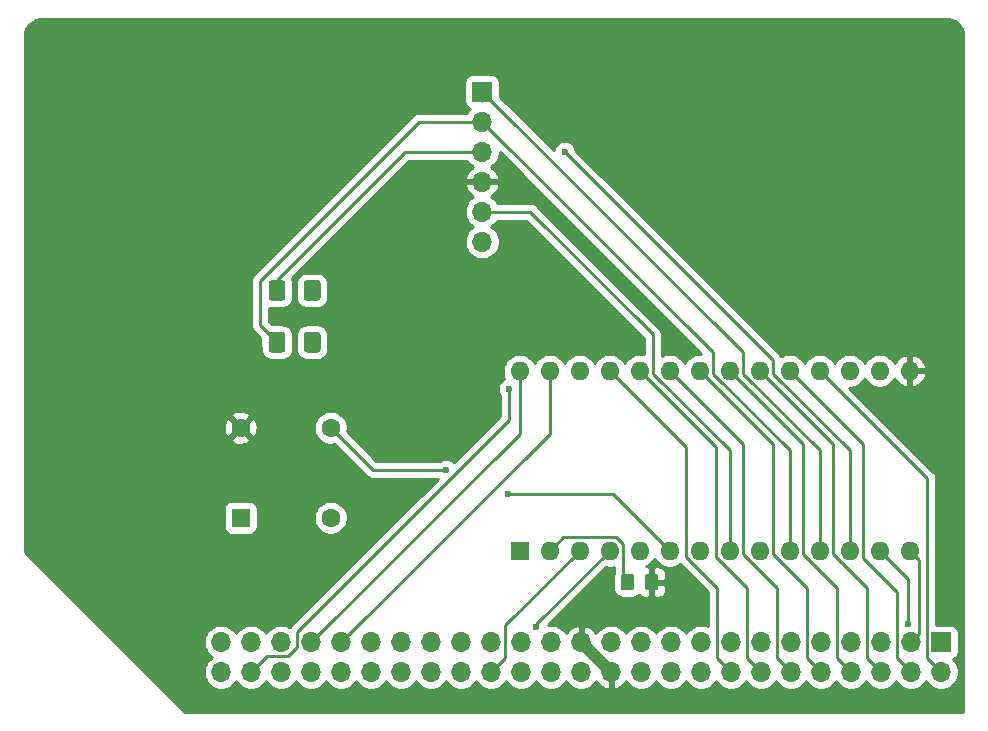
<source format=gbr>
%TF.GenerationSoftware,KiCad,Pcbnew,(5.1.6-0-10_14)*%
%TF.CreationDate,2021-03-04T16:28:04+01:00*%
%TF.ProjectId,serial_board,73657269-616c-45f6-926f-6172642e6b69,rev?*%
%TF.SameCoordinates,Original*%
%TF.FileFunction,Copper,L1,Top*%
%TF.FilePolarity,Positive*%
%FSLAX46Y46*%
G04 Gerber Fmt 4.6, Leading zero omitted, Abs format (unit mm)*
G04 Created by KiCad (PCBNEW (5.1.6-0-10_14)) date 2021-03-04 16:28:04*
%MOMM*%
%LPD*%
G01*
G04 APERTURE LIST*
%TA.AperFunction,ComponentPad*%
%ADD10C,1.600000*%
%TD*%
%TA.AperFunction,ComponentPad*%
%ADD11R,1.600000X1.600000*%
%TD*%
%TA.AperFunction,ComponentPad*%
%ADD12O,1.600000X1.600000*%
%TD*%
%TA.AperFunction,ComponentPad*%
%ADD13O,1.700000X1.700000*%
%TD*%
%TA.AperFunction,ComponentPad*%
%ADD14R,1.700000X1.700000*%
%TD*%
%TA.AperFunction,ViaPad*%
%ADD15C,0.600000*%
%TD*%
%TA.AperFunction,ViaPad*%
%ADD16C,0.800000*%
%TD*%
%TA.AperFunction,Conductor*%
%ADD17C,1.000000*%
%TD*%
%TA.AperFunction,Conductor*%
%ADD18C,0.250000*%
%TD*%
%TA.AperFunction,Conductor*%
%ADD19C,0.254000*%
%TD*%
G04 APERTURE END LIST*
%TO.P,R3,2*%
%TO.N,+5V*%
%TA.AperFunction,SMDPad,CuDef*%
G36*
G01*
X53155000Y11233999D02*
X53155000Y12134001D01*
G75*
G02*
X53404999Y12384000I249999J0D01*
G01*
X54055001Y12384000D01*
G75*
G02*
X54305000Y12134001I0J-249999D01*
G01*
X54305000Y11233999D01*
G75*
G02*
X54055001Y10984000I-249999J0D01*
G01*
X53404999Y10984000D01*
G75*
G02*
X53155000Y11233999I0J249999D01*
G01*
G37*
%TD.AperFunction*%
%TO.P,R3,1*%
%TO.N,Net-(R3-Pad1)*%
%TA.AperFunction,SMDPad,CuDef*%
G36*
G01*
X51105000Y11233999D02*
X51105000Y12134001D01*
G75*
G02*
X51354999Y12384000I249999J0D01*
G01*
X52005001Y12384000D01*
G75*
G02*
X52255000Y12134001I0J-249999D01*
G01*
X52255000Y11233999D01*
G75*
G02*
X52005001Y10984000I-249999J0D01*
G01*
X51354999Y10984000D01*
G75*
G02*
X51105000Y11233999I0J249999D01*
G01*
G37*
%TD.AperFunction*%
%TD*%
%TO.P,D2,2*%
%TO.N,Net-(D2-Pad2)*%
%TA.AperFunction,SMDPad,CuDef*%
G36*
G01*
X22720000Y37010500D02*
X22720000Y35760500D01*
G75*
G02*
X22470000Y35510500I-250000J0D01*
G01*
X21545000Y35510500D01*
G75*
G02*
X21295000Y35760500I0J250000D01*
G01*
X21295000Y37010500D01*
G75*
G02*
X21545000Y37260500I250000J0D01*
G01*
X22470000Y37260500D01*
G75*
G02*
X22720000Y37010500I0J-250000D01*
G01*
G37*
%TD.AperFunction*%
%TO.P,D2,1*%
%TO.N,Net-(D2-Pad1)*%
%TA.AperFunction,SMDPad,CuDef*%
G36*
G01*
X25695000Y37010500D02*
X25695000Y35760500D01*
G75*
G02*
X25445000Y35510500I-250000J0D01*
G01*
X24520000Y35510500D01*
G75*
G02*
X24270000Y35760500I0J250000D01*
G01*
X24270000Y37010500D01*
G75*
G02*
X24520000Y37260500I250000J0D01*
G01*
X25445000Y37260500D01*
G75*
G02*
X25695000Y37010500I0J-250000D01*
G01*
G37*
%TD.AperFunction*%
%TD*%
%TO.P,D1,2*%
%TO.N,Net-(D1-Pad2)*%
%TA.AperFunction,SMDPad,CuDef*%
G36*
G01*
X22720000Y32629000D02*
X22720000Y31379000D01*
G75*
G02*
X22470000Y31129000I-250000J0D01*
G01*
X21545000Y31129000D01*
G75*
G02*
X21295000Y31379000I0J250000D01*
G01*
X21295000Y32629000D01*
G75*
G02*
X21545000Y32879000I250000J0D01*
G01*
X22470000Y32879000D01*
G75*
G02*
X22720000Y32629000I0J-250000D01*
G01*
G37*
%TD.AperFunction*%
%TO.P,D1,1*%
%TO.N,Net-(D1-Pad1)*%
%TA.AperFunction,SMDPad,CuDef*%
G36*
G01*
X25695000Y32629000D02*
X25695000Y31379000D01*
G75*
G02*
X25445000Y31129000I-250000J0D01*
G01*
X24520000Y31129000D01*
G75*
G02*
X24270000Y31379000I0J250000D01*
G01*
X24270000Y32629000D01*
G75*
G02*
X24520000Y32879000I250000J0D01*
G01*
X25445000Y32879000D01*
G75*
G02*
X25695000Y32629000I0J-250000D01*
G01*
G37*
%TD.AperFunction*%
%TD*%
D10*
%TO.P,X1,4*%
%TO.N,GND*%
X26543000Y17145000D03*
%TO.P,X1,5*%
%TO.N,Net-(U1-Pad6)*%
X26543000Y24765000D03*
%TO.P,X1,8*%
%TO.N,+5V*%
X18923000Y24765000D03*
D11*
%TO.P,X1,1*%
%TO.N,Net-(X1-Pad1)*%
X18923000Y17145000D03*
%TD*%
D12*
%TO.P,U1,28*%
%TO.N,R~W~*%
X42545000Y29591000D03*
%TO.P,U1,14*%
%TO.N,A1*%
X75565000Y14351000D03*
%TO.P,U1,27*%
%TO.N,CLK*%
X45085000Y29591000D03*
%TO.P,U1,13*%
%TO.N,A0*%
X73025000Y14351000D03*
%TO.P,U1,26*%
%TO.N,~SLOT_IRQ~*%
X47625000Y29591000D03*
%TO.P,U1,12*%
%TO.N,Net-(D2-Pad2)*%
X70485000Y14351000D03*
%TO.P,U1,25*%
%TO.N,D7*%
X50165000Y29591000D03*
%TO.P,U1,11*%
%TO.N,Net-(J2-Pad1)*%
X67945000Y14351000D03*
%TO.P,U1,24*%
%TO.N,D6*%
X52705000Y29591000D03*
%TO.P,U1,10*%
%TO.N,Net-(D1-Pad2)*%
X65405000Y14351000D03*
%TO.P,U1,23*%
%TO.N,D5*%
X55245000Y29591000D03*
%TO.P,U1,9*%
%TO.N,Net-(U1-Pad9)*%
X62865000Y14351000D03*
%TO.P,U1,22*%
%TO.N,D4*%
X57785000Y29591000D03*
%TO.P,U1,8*%
%TO.N,Net-(J2-Pad5)*%
X60325000Y14351000D03*
%TO.P,U1,21*%
%TO.N,D3*%
X60325000Y29591000D03*
%TO.P,U1,7*%
%TO.N,Net-(U1-Pad7)*%
X57785000Y14351000D03*
%TO.P,U1,20*%
%TO.N,D2*%
X62865000Y29591000D03*
%TO.P,U1,6*%
%TO.N,Net-(U1-Pad6)*%
X55245000Y14351000D03*
%TO.P,U1,19*%
%TO.N,D1*%
X65405000Y29591000D03*
%TO.P,U1,5*%
%TO.N,Net-(U1-Pad5)*%
X52705000Y14351000D03*
%TO.P,U1,18*%
%TO.N,D0*%
X67945000Y29591000D03*
%TO.P,U1,4*%
%TO.N,~RESET~*%
X50165000Y14351000D03*
%TO.P,U1,17*%
%TO.N,GND*%
X70485000Y29591000D03*
%TO.P,U1,3*%
%TO.N,~SLOT_SEL~*%
X47625000Y14351000D03*
%TO.P,U1,16*%
%TO.N,GND*%
X73025000Y29591000D03*
%TO.P,U1,2*%
%TO.N,Net-(R3-Pad1)*%
X45085000Y14351000D03*
%TO.P,U1,15*%
%TO.N,+5V*%
X75565000Y29591000D03*
D11*
%TO.P,U1,1*%
%TO.N,GND*%
X42545000Y14351000D03*
%TD*%
D13*
%TO.P,J2,6*%
%TO.N,GND*%
X39370000Y40513000D03*
%TO.P,J2,5*%
%TO.N,Net-(J2-Pad5)*%
X39370000Y43053000D03*
%TO.P,J2,4*%
%TO.N,+5V*%
X39370000Y45593000D03*
%TO.P,J2,3*%
%TO.N,Net-(D2-Pad2)*%
X39370000Y48133000D03*
%TO.P,J2,2*%
%TO.N,Net-(D1-Pad2)*%
X39370000Y50673000D03*
D14*
%TO.P,J2,1*%
%TO.N,Net-(J2-Pad1)*%
X39370000Y53213000D03*
%TD*%
D13*
%TO.P,J1,50*%
%TO.N,~NMI~*%
X17272000Y4064000D03*
%TO.P,J1,49*%
%TO.N,~RESET~*%
X17272000Y6604000D03*
%TO.P,J1,48*%
%TO.N,~SLOT_IRQ~*%
X19812000Y4064000D03*
%TO.P,J1,47*%
%TO.N,SYNC*%
X19812000Y6604000D03*
%TO.P,J1,46*%
%TO.N,EX3*%
X22352000Y4064000D03*
%TO.P,J1,45*%
%TO.N,~IRQ~*%
X22352000Y6604000D03*
%TO.P,J1,44*%
%TO.N,EX2*%
X24892000Y4064000D03*
%TO.P,J1,43*%
%TO.N,R~W~*%
X24892000Y6604000D03*
%TO.P,J1,42*%
%TO.N,CLK_12M*%
X27432000Y4064000D03*
%TO.P,J1,41*%
%TO.N,CLK*%
X27432000Y6604000D03*
%TO.P,J1,40*%
%TO.N,LED4*%
X29972000Y4064000D03*
%TO.P,J1,39*%
%TO.N,BE*%
X29972000Y6604000D03*
%TO.P,J1,38*%
%TO.N,LED3*%
X32512000Y4064000D03*
%TO.P,J1,37*%
%TO.N,RDY*%
X32512000Y6604000D03*
%TO.P,J1,36*%
%TO.N,LED2*%
X35052000Y4064000D03*
%TO.P,J1,35*%
%TO.N,A15*%
X35052000Y6604000D03*
%TO.P,J1,34*%
%TO.N,LED1*%
X37592000Y4064000D03*
%TO.P,J1,33*%
%TO.N,A14*%
X37592000Y6604000D03*
%TO.P,J1,32*%
%TO.N,~SLOT_SEL~*%
X40132000Y4064000D03*
%TO.P,J1,31*%
%TO.N,A13*%
X40132000Y6604000D03*
%TO.P,J1,30*%
%TO.N,~INH~*%
X42672000Y4064000D03*
%TO.P,J1,29*%
%TO.N,A12*%
X42672000Y6604000D03*
%TO.P,J1,28*%
%TO.N,~SSEL~*%
X45212000Y4064000D03*
%TO.P,J1,27*%
%TO.N,A11*%
X45212000Y6604000D03*
%TO.P,J1,26*%
%TO.N,GND*%
X47752000Y4064000D03*
%TO.P,J1,25*%
%TO.N,+5V*%
X47752000Y6604000D03*
%TO.P,J1,24*%
X50292000Y4064000D03*
%TO.P,J1,23*%
%TO.N,GND*%
X50292000Y6604000D03*
%TO.P,J1,22*%
%TO.N,~SLOW~*%
X52832000Y4064000D03*
%TO.P,J1,21*%
%TO.N,A10*%
X52832000Y6604000D03*
%TO.P,J1,20*%
%TO.N,EX1*%
X55372000Y4064000D03*
%TO.P,J1,19*%
%TO.N,A9*%
X55372000Y6604000D03*
%TO.P,J1,18*%
%TO.N,EX0*%
X57912000Y4064000D03*
%TO.P,J1,17*%
%TO.N,A8*%
X57912000Y6604000D03*
%TO.P,J1,16*%
%TO.N,D7*%
X60452000Y4064000D03*
%TO.P,J1,15*%
%TO.N,A7*%
X60452000Y6604000D03*
%TO.P,J1,14*%
%TO.N,D6*%
X62992000Y4064000D03*
%TO.P,J1,13*%
%TO.N,A6*%
X62992000Y6604000D03*
%TO.P,J1,12*%
%TO.N,D5*%
X65532000Y4064000D03*
%TO.P,J1,11*%
%TO.N,A5*%
X65532000Y6604000D03*
%TO.P,J1,10*%
%TO.N,D4*%
X68072000Y4064000D03*
%TO.P,J1,9*%
%TO.N,A4*%
X68072000Y6604000D03*
%TO.P,J1,8*%
%TO.N,D3*%
X70612000Y4064000D03*
%TO.P,J1,7*%
%TO.N,A3*%
X70612000Y6604000D03*
%TO.P,J1,6*%
%TO.N,D2*%
X73152000Y4064000D03*
%TO.P,J1,5*%
%TO.N,A2*%
X73152000Y6604000D03*
%TO.P,J1,4*%
%TO.N,D1*%
X75692000Y4064000D03*
%TO.P,J1,3*%
%TO.N,A1*%
X75692000Y6604000D03*
%TO.P,J1,2*%
%TO.N,D0*%
X78232000Y4064000D03*
D14*
%TO.P,J1,1*%
%TO.N,A0*%
X78232000Y6604000D03*
%TD*%
D15*
%TO.N,A0*%
X75438000Y8128000D03*
%TO.N,~RESET~*%
X43942000Y7874000D03*
%TO.N,~SLOT_IRQ~*%
X41656000Y28067000D03*
%TO.N,Net-(U1-Pad6)*%
X41529000Y19177000D03*
X36322000Y21209000D03*
D16*
%TO.N,Net-(D1-Pad1)*%
X25019000Y32004000D03*
D15*
%TO.N,Net-(D2-Pad2)*%
X46355000Y48133000D03*
D16*
%TO.N,Net-(D2-Pad1)*%
X25019000Y36385500D03*
%TD*%
D17*
%TO.N,+5V*%
X50292000Y4064000D02*
X47752000Y6604000D01*
D18*
%TO.N,D7*%
X56659999Y13810999D02*
X56659999Y23096001D01*
X56659999Y23096001D02*
X50165000Y29591000D01*
X59276999Y11193999D02*
X56659999Y13810999D01*
X59276999Y5239001D02*
X59276999Y11193999D01*
X60452000Y4064000D02*
X59276999Y5239001D01*
%TO.N,D6*%
X61816999Y11193999D02*
X59199999Y13810999D01*
X61816999Y5239001D02*
X61816999Y11193999D01*
X59199999Y23096001D02*
X52705000Y29591000D01*
X59199999Y13810999D02*
X59199999Y23096001D01*
X62992000Y4064000D02*
X61816999Y5239001D01*
%TO.N,D5*%
X65532000Y4064000D02*
X64356999Y5239001D01*
X64356999Y11193999D02*
X61450001Y14100997D01*
X64356999Y5239001D02*
X64356999Y11193999D01*
X61450001Y14100997D02*
X61450001Y23385999D01*
X61450001Y23385999D02*
X55245000Y29591000D01*
%TO.N,D4*%
X63990001Y23385999D02*
X57785000Y29591000D01*
X63990001Y14100997D02*
X63990001Y23385999D01*
X66896999Y11193999D02*
X63990001Y14100997D01*
X66896999Y5239001D02*
X66896999Y11193999D01*
X68072000Y4064000D02*
X66896999Y5239001D01*
%TO.N,D3*%
X66530001Y23385999D02*
X60325000Y29591000D01*
X66530001Y14100997D02*
X66530001Y23385999D01*
X69436999Y11193999D02*
X66530001Y14100997D01*
X69436999Y5239001D02*
X69436999Y11193999D01*
X70612000Y4064000D02*
X69436999Y5239001D01*
%TO.N,D2*%
X69070001Y14100997D02*
X69070001Y23385999D01*
X71976999Y11193999D02*
X69070001Y14100997D01*
X71976999Y5239001D02*
X71976999Y11193999D01*
X69070001Y23385999D02*
X62865000Y29591000D01*
X73152000Y4064000D02*
X71976999Y5239001D01*
%TO.N,D1*%
X74516999Y5239001D02*
X74516999Y10825591D01*
X75692000Y4064000D02*
X74516999Y5239001D01*
X71610001Y23385999D02*
X65405000Y29591000D01*
X74516999Y10825591D02*
X71610001Y13732589D01*
X71610001Y13732589D02*
X71610001Y23385999D01*
%TO.N,A1*%
X76364999Y7276999D02*
X75692000Y6604000D01*
X76364999Y13551001D02*
X76364999Y7276999D01*
X75565000Y14351000D02*
X76364999Y13551001D01*
%TO.N,D0*%
X77056999Y20479001D02*
X67945000Y29591000D01*
X77056999Y5239001D02*
X77056999Y20479001D01*
X78232000Y4064000D02*
X77056999Y5239001D01*
%TO.N,A0*%
X75438000Y10541000D02*
X75438000Y10541000D01*
X75438000Y11938000D02*
X75438000Y8128000D01*
X73025000Y14351000D02*
X75438000Y11938000D01*
%TO.N,CLK*%
X45085000Y24257000D02*
X27432000Y6604000D01*
X45085000Y29591000D02*
X45085000Y24257000D01*
%TO.N,~RESET~*%
X50165000Y14351000D02*
X43942000Y8128000D01*
X43942000Y8128000D02*
X43942000Y7874000D01*
%TO.N,~SLOT_IRQ~*%
X23716999Y6229997D02*
X23716999Y7460999D01*
X21176999Y5428999D02*
X22916001Y5428999D01*
X22916001Y5428999D02*
X23716999Y6229997D01*
X19812000Y4064000D02*
X21176999Y5428999D01*
X23716999Y7460999D02*
X41656000Y25400000D01*
X41656000Y25400000D02*
X41656000Y28067000D01*
X41656000Y28067000D02*
X41656000Y28067000D01*
%TO.N,R~W~*%
X42545000Y24257000D02*
X24892000Y6604000D01*
X42545000Y29591000D02*
X42545000Y24257000D01*
%TO.N,~SLOT_SEL~*%
X41307001Y8033001D02*
X47625000Y14351000D01*
X41307001Y5239001D02*
X41307001Y8033001D01*
X40132000Y4064000D02*
X41307001Y5239001D01*
%TO.N,Net-(J2-Pad5)*%
X43448002Y43053000D02*
X39370000Y43053000D01*
X53830001Y32671001D02*
X53378751Y33122251D01*
X53378751Y33122251D02*
X43448002Y43053000D01*
X60325000Y14351000D02*
X60325000Y22845998D01*
X53830001Y29340997D02*
X53830001Y32671001D01*
X60325000Y22845998D02*
X53830001Y29340997D01*
%TO.N,Net-(U1-Pad6)*%
X55245000Y14351000D02*
X50419000Y19177000D01*
X50419000Y19177000D02*
X41529000Y19177000D01*
X41529000Y19177000D02*
X41402000Y19177000D01*
X30099000Y21209000D02*
X26543000Y24765000D01*
X36322000Y21209000D02*
X30099000Y21209000D01*
%TO.N,Net-(D1-Pad2)*%
X58910001Y31132999D02*
X39370000Y50673000D01*
X58910001Y29340997D02*
X58910001Y31132999D01*
X65405000Y22845998D02*
X58910001Y29340997D01*
X65405000Y14351000D02*
X65405000Y22845998D01*
X22007500Y32004000D02*
X21295000Y32004000D01*
X22007500Y32004000D02*
X20574000Y33437500D01*
X20574000Y33437500D02*
X20574000Y37211000D01*
X34036000Y50673000D02*
X39370000Y50673000D01*
X20574000Y37211000D02*
X34036000Y50673000D01*
%TO.N,Net-(D2-Pad2)*%
X63990001Y29340997D02*
X63990001Y30497999D01*
X70485000Y22845998D02*
X63990001Y29340997D01*
X70485000Y14351000D02*
X70485000Y22845998D01*
X63990001Y30497999D02*
X46355000Y48133000D01*
X46355000Y48133000D02*
X46355000Y48133000D01*
X21944000Y36449000D02*
X22007500Y36385500D01*
X32880000Y48133000D02*
X39370000Y48133000D01*
X22007500Y37260500D02*
X32880000Y48133000D01*
X22007500Y36385500D02*
X22007500Y37260500D01*
%TO.N,Net-(R3-Pad1)*%
X46210001Y15476001D02*
X45085000Y14351000D01*
X51290001Y14891001D02*
X50705001Y15476001D01*
X50705001Y15476001D02*
X46210001Y15476001D01*
X51290001Y12073999D02*
X51290001Y14891001D01*
X51680000Y11684000D02*
X51290001Y12073999D01*
%TO.N,Net-(J2-Pad1)*%
X61450001Y31132999D02*
X39370000Y53213000D01*
X61450001Y29340997D02*
X61450001Y31132999D01*
X67945000Y22845998D02*
X61450001Y29340997D01*
X67945000Y14351000D02*
X67945000Y22845998D01*
X39370000Y53213000D02*
X39370000Y52412002D01*
%TD*%
D19*
%TO.N,+5V*%
G36*
X2125353Y59386000D02*
G01*
X78646647Y59386000D01*
X78740956Y59395289D01*
X78903542Y59379347D01*
X79183018Y59294969D01*
X79440780Y59157915D01*
X79667015Y58973401D01*
X79853103Y58748460D01*
X79991956Y58491658D01*
X80078282Y58212781D01*
X80096365Y58040731D01*
X80087000Y57945646D01*
X80087001Y685000D01*
X14218381Y685000D01*
X8153121Y6750260D01*
X15787000Y6750260D01*
X15787000Y6457740D01*
X15844068Y6170842D01*
X15956010Y5900589D01*
X16118525Y5657368D01*
X16325368Y5450525D01*
X16499760Y5334000D01*
X16325368Y5217475D01*
X16118525Y5010632D01*
X15956010Y4767411D01*
X15844068Y4497158D01*
X15787000Y4210260D01*
X15787000Y3917740D01*
X15844068Y3630842D01*
X15956010Y3360589D01*
X16118525Y3117368D01*
X16325368Y2910525D01*
X16568589Y2748010D01*
X16838842Y2636068D01*
X17125740Y2579000D01*
X17418260Y2579000D01*
X17705158Y2636068D01*
X17975411Y2748010D01*
X18218632Y2910525D01*
X18425475Y3117368D01*
X18542000Y3291760D01*
X18658525Y3117368D01*
X18865368Y2910525D01*
X19108589Y2748010D01*
X19378842Y2636068D01*
X19665740Y2579000D01*
X19958260Y2579000D01*
X20245158Y2636068D01*
X20515411Y2748010D01*
X20758632Y2910525D01*
X20965475Y3117368D01*
X21082000Y3291760D01*
X21198525Y3117368D01*
X21405368Y2910525D01*
X21648589Y2748010D01*
X21918842Y2636068D01*
X22205740Y2579000D01*
X22498260Y2579000D01*
X22785158Y2636068D01*
X23055411Y2748010D01*
X23298632Y2910525D01*
X23505475Y3117368D01*
X23622000Y3291760D01*
X23738525Y3117368D01*
X23945368Y2910525D01*
X24188589Y2748010D01*
X24458842Y2636068D01*
X24745740Y2579000D01*
X25038260Y2579000D01*
X25325158Y2636068D01*
X25595411Y2748010D01*
X25838632Y2910525D01*
X26045475Y3117368D01*
X26162000Y3291760D01*
X26278525Y3117368D01*
X26485368Y2910525D01*
X26728589Y2748010D01*
X26998842Y2636068D01*
X27285740Y2579000D01*
X27578260Y2579000D01*
X27865158Y2636068D01*
X28135411Y2748010D01*
X28378632Y2910525D01*
X28585475Y3117368D01*
X28702000Y3291760D01*
X28818525Y3117368D01*
X29025368Y2910525D01*
X29268589Y2748010D01*
X29538842Y2636068D01*
X29825740Y2579000D01*
X30118260Y2579000D01*
X30405158Y2636068D01*
X30675411Y2748010D01*
X30918632Y2910525D01*
X31125475Y3117368D01*
X31242000Y3291760D01*
X31358525Y3117368D01*
X31565368Y2910525D01*
X31808589Y2748010D01*
X32078842Y2636068D01*
X32365740Y2579000D01*
X32658260Y2579000D01*
X32945158Y2636068D01*
X33215411Y2748010D01*
X33458632Y2910525D01*
X33665475Y3117368D01*
X33782000Y3291760D01*
X33898525Y3117368D01*
X34105368Y2910525D01*
X34348589Y2748010D01*
X34618842Y2636068D01*
X34905740Y2579000D01*
X35198260Y2579000D01*
X35485158Y2636068D01*
X35755411Y2748010D01*
X35998632Y2910525D01*
X36205475Y3117368D01*
X36322000Y3291760D01*
X36438525Y3117368D01*
X36645368Y2910525D01*
X36888589Y2748010D01*
X37158842Y2636068D01*
X37445740Y2579000D01*
X37738260Y2579000D01*
X38025158Y2636068D01*
X38295411Y2748010D01*
X38538632Y2910525D01*
X38745475Y3117368D01*
X38862000Y3291760D01*
X38978525Y3117368D01*
X39185368Y2910525D01*
X39428589Y2748010D01*
X39698842Y2636068D01*
X39985740Y2579000D01*
X40278260Y2579000D01*
X40565158Y2636068D01*
X40835411Y2748010D01*
X41078632Y2910525D01*
X41285475Y3117368D01*
X41402000Y3291760D01*
X41518525Y3117368D01*
X41725368Y2910525D01*
X41968589Y2748010D01*
X42238842Y2636068D01*
X42525740Y2579000D01*
X42818260Y2579000D01*
X43105158Y2636068D01*
X43375411Y2748010D01*
X43618632Y2910525D01*
X43825475Y3117368D01*
X43942000Y3291760D01*
X44058525Y3117368D01*
X44265368Y2910525D01*
X44508589Y2748010D01*
X44778842Y2636068D01*
X45065740Y2579000D01*
X45358260Y2579000D01*
X45645158Y2636068D01*
X45915411Y2748010D01*
X46158632Y2910525D01*
X46365475Y3117368D01*
X46482000Y3291760D01*
X46598525Y3117368D01*
X46805368Y2910525D01*
X47048589Y2748010D01*
X47318842Y2636068D01*
X47605740Y2579000D01*
X47898260Y2579000D01*
X48185158Y2636068D01*
X48455411Y2748010D01*
X48698632Y2910525D01*
X48905475Y3117368D01*
X49027195Y3299534D01*
X49096822Y3182645D01*
X49291731Y2966412D01*
X49525080Y2792359D01*
X49787901Y2667175D01*
X49935110Y2622524D01*
X50165000Y2743845D01*
X50165000Y3937000D01*
X50145000Y3937000D01*
X50145000Y4191000D01*
X50165000Y4191000D01*
X50165000Y4211000D01*
X50419000Y4211000D01*
X50419000Y4191000D01*
X50439000Y4191000D01*
X50439000Y3937000D01*
X50419000Y3937000D01*
X50419000Y2743845D01*
X50648890Y2622524D01*
X50796099Y2667175D01*
X51058920Y2792359D01*
X51292269Y2966412D01*
X51487178Y3182645D01*
X51556805Y3299534D01*
X51678525Y3117368D01*
X51885368Y2910525D01*
X52128589Y2748010D01*
X52398842Y2636068D01*
X52685740Y2579000D01*
X52978260Y2579000D01*
X53265158Y2636068D01*
X53535411Y2748010D01*
X53778632Y2910525D01*
X53985475Y3117368D01*
X54102000Y3291760D01*
X54218525Y3117368D01*
X54425368Y2910525D01*
X54668589Y2748010D01*
X54938842Y2636068D01*
X55225740Y2579000D01*
X55518260Y2579000D01*
X55805158Y2636068D01*
X56075411Y2748010D01*
X56318632Y2910525D01*
X56525475Y3117368D01*
X56642000Y3291760D01*
X56758525Y3117368D01*
X56965368Y2910525D01*
X57208589Y2748010D01*
X57478842Y2636068D01*
X57765740Y2579000D01*
X58058260Y2579000D01*
X58345158Y2636068D01*
X58615411Y2748010D01*
X58858632Y2910525D01*
X59065475Y3117368D01*
X59182000Y3291760D01*
X59298525Y3117368D01*
X59505368Y2910525D01*
X59748589Y2748010D01*
X60018842Y2636068D01*
X60305740Y2579000D01*
X60598260Y2579000D01*
X60885158Y2636068D01*
X61155411Y2748010D01*
X61398632Y2910525D01*
X61605475Y3117368D01*
X61722000Y3291760D01*
X61838525Y3117368D01*
X62045368Y2910525D01*
X62288589Y2748010D01*
X62558842Y2636068D01*
X62845740Y2579000D01*
X63138260Y2579000D01*
X63425158Y2636068D01*
X63695411Y2748010D01*
X63938632Y2910525D01*
X64145475Y3117368D01*
X64262000Y3291760D01*
X64378525Y3117368D01*
X64585368Y2910525D01*
X64828589Y2748010D01*
X65098842Y2636068D01*
X65385740Y2579000D01*
X65678260Y2579000D01*
X65965158Y2636068D01*
X66235411Y2748010D01*
X66478632Y2910525D01*
X66685475Y3117368D01*
X66802000Y3291760D01*
X66918525Y3117368D01*
X67125368Y2910525D01*
X67368589Y2748010D01*
X67638842Y2636068D01*
X67925740Y2579000D01*
X68218260Y2579000D01*
X68505158Y2636068D01*
X68775411Y2748010D01*
X69018632Y2910525D01*
X69225475Y3117368D01*
X69342000Y3291760D01*
X69458525Y3117368D01*
X69665368Y2910525D01*
X69908589Y2748010D01*
X70178842Y2636068D01*
X70465740Y2579000D01*
X70758260Y2579000D01*
X71045158Y2636068D01*
X71315411Y2748010D01*
X71558632Y2910525D01*
X71765475Y3117368D01*
X71882000Y3291760D01*
X71998525Y3117368D01*
X72205368Y2910525D01*
X72448589Y2748010D01*
X72718842Y2636068D01*
X73005740Y2579000D01*
X73298260Y2579000D01*
X73585158Y2636068D01*
X73855411Y2748010D01*
X74098632Y2910525D01*
X74305475Y3117368D01*
X74422000Y3291760D01*
X74538525Y3117368D01*
X74745368Y2910525D01*
X74988589Y2748010D01*
X75258842Y2636068D01*
X75545740Y2579000D01*
X75838260Y2579000D01*
X76125158Y2636068D01*
X76395411Y2748010D01*
X76638632Y2910525D01*
X76845475Y3117368D01*
X76962000Y3291760D01*
X77078525Y3117368D01*
X77285368Y2910525D01*
X77528589Y2748010D01*
X77798842Y2636068D01*
X78085740Y2579000D01*
X78378260Y2579000D01*
X78665158Y2636068D01*
X78935411Y2748010D01*
X79178632Y2910525D01*
X79385475Y3117368D01*
X79547990Y3360589D01*
X79659932Y3630842D01*
X79717000Y3917740D01*
X79717000Y4210260D01*
X79659932Y4497158D01*
X79547990Y4767411D01*
X79385475Y5010632D01*
X79253620Y5142487D01*
X79326180Y5164498D01*
X79436494Y5223463D01*
X79533185Y5302815D01*
X79612537Y5399506D01*
X79671502Y5509820D01*
X79707812Y5629518D01*
X79720072Y5754000D01*
X79720072Y7454000D01*
X79707812Y7578482D01*
X79671502Y7698180D01*
X79612537Y7808494D01*
X79533185Y7905185D01*
X79436494Y7984537D01*
X79326180Y8043502D01*
X79206482Y8079812D01*
X79082000Y8092072D01*
X77816999Y8092072D01*
X77816999Y20441668D01*
X77820676Y20479001D01*
X77806002Y20627987D01*
X77762545Y20771248D01*
X77691973Y20903277D01*
X77620798Y20990004D01*
X77597000Y21019002D01*
X77568002Y21042800D01*
X70454801Y28156000D01*
X70626335Y28156000D01*
X70903574Y28211147D01*
X71164727Y28319320D01*
X71399759Y28476363D01*
X71599637Y28676241D01*
X71755000Y28908759D01*
X71910363Y28676241D01*
X72110241Y28476363D01*
X72345273Y28319320D01*
X72606426Y28211147D01*
X72883665Y28156000D01*
X73166335Y28156000D01*
X73443574Y28211147D01*
X73704727Y28319320D01*
X73939759Y28476363D01*
X74139637Y28676241D01*
X74296680Y28911273D01*
X74301067Y28921865D01*
X74412615Y28735869D01*
X74601586Y28527481D01*
X74827580Y28359963D01*
X75081913Y28239754D01*
X75215961Y28199096D01*
X75438000Y28321085D01*
X75438000Y29464000D01*
X75692000Y29464000D01*
X75692000Y28321085D01*
X75914039Y28199096D01*
X76048087Y28239754D01*
X76302420Y28359963D01*
X76528414Y28527481D01*
X76717385Y28735869D01*
X76862070Y28977119D01*
X76956909Y29241960D01*
X76835624Y29464000D01*
X75692000Y29464000D01*
X75438000Y29464000D01*
X75418000Y29464000D01*
X75418000Y29718000D01*
X75438000Y29718000D01*
X75438000Y30860915D01*
X75692000Y30860915D01*
X75692000Y29718000D01*
X76835624Y29718000D01*
X76956909Y29940040D01*
X76862070Y30204881D01*
X76717385Y30446131D01*
X76528414Y30654519D01*
X76302420Y30822037D01*
X76048087Y30942246D01*
X75914039Y30982904D01*
X75692000Y30860915D01*
X75438000Y30860915D01*
X75215961Y30982904D01*
X75081913Y30942246D01*
X74827580Y30822037D01*
X74601586Y30654519D01*
X74412615Y30446131D01*
X74301067Y30260135D01*
X74296680Y30270727D01*
X74139637Y30505759D01*
X73939759Y30705637D01*
X73704727Y30862680D01*
X73443574Y30970853D01*
X73166335Y31026000D01*
X72883665Y31026000D01*
X72606426Y30970853D01*
X72345273Y30862680D01*
X72110241Y30705637D01*
X71910363Y30505759D01*
X71755000Y30273241D01*
X71599637Y30505759D01*
X71399759Y30705637D01*
X71164727Y30862680D01*
X70903574Y30970853D01*
X70626335Y31026000D01*
X70343665Y31026000D01*
X70066426Y30970853D01*
X69805273Y30862680D01*
X69570241Y30705637D01*
X69370363Y30505759D01*
X69215000Y30273241D01*
X69059637Y30505759D01*
X68859759Y30705637D01*
X68624727Y30862680D01*
X68363574Y30970853D01*
X68086335Y31026000D01*
X67803665Y31026000D01*
X67526426Y30970853D01*
X67265273Y30862680D01*
X67030241Y30705637D01*
X66830363Y30505759D01*
X66675000Y30273241D01*
X66519637Y30505759D01*
X66319759Y30705637D01*
X66084727Y30862680D01*
X65823574Y30970853D01*
X65546335Y31026000D01*
X65263665Y31026000D01*
X64986426Y30970853D01*
X64725273Y30862680D01*
X64674841Y30828983D01*
X64624975Y30922275D01*
X64553800Y31009002D01*
X64530002Y31038000D01*
X64501004Y31061798D01*
X47278153Y48284648D01*
X47254068Y48405729D01*
X47183586Y48575889D01*
X47081262Y48729028D01*
X46951028Y48859262D01*
X46797889Y48961586D01*
X46627729Y49032068D01*
X46447089Y49068000D01*
X46262911Y49068000D01*
X46082271Y49032068D01*
X45912111Y48961586D01*
X45758972Y48859262D01*
X45628738Y48729028D01*
X45526414Y48575889D01*
X45455932Y48405729D01*
X45422109Y48235692D01*
X40858072Y52799729D01*
X40858072Y54063000D01*
X40845812Y54187482D01*
X40809502Y54307180D01*
X40750537Y54417494D01*
X40671185Y54514185D01*
X40574494Y54593537D01*
X40464180Y54652502D01*
X40344482Y54688812D01*
X40220000Y54701072D01*
X38520000Y54701072D01*
X38395518Y54688812D01*
X38275820Y54652502D01*
X38165506Y54593537D01*
X38068815Y54514185D01*
X37989463Y54417494D01*
X37930498Y54307180D01*
X37894188Y54187482D01*
X37881928Y54063000D01*
X37881928Y52363000D01*
X37894188Y52238518D01*
X37930498Y52118820D01*
X37989463Y52008506D01*
X38068815Y51911815D01*
X38165506Y51832463D01*
X38275820Y51773498D01*
X38348380Y51751487D01*
X38216525Y51619632D01*
X38091822Y51433000D01*
X34073323Y51433000D01*
X34036000Y51436676D01*
X33998677Y51433000D01*
X33998667Y51433000D01*
X33887014Y51422003D01*
X33743753Y51378546D01*
X33611723Y51307974D01*
X33528083Y51239332D01*
X33495999Y51213001D01*
X33472201Y51184003D01*
X20062998Y37774799D01*
X20034000Y37751001D01*
X20010202Y37722003D01*
X20010201Y37722002D01*
X19939026Y37635276D01*
X19868454Y37503246D01*
X19824998Y37359985D01*
X19810324Y37211000D01*
X19814001Y37173668D01*
X19814000Y33474823D01*
X19810324Y33437500D01*
X19814000Y33400178D01*
X19814000Y33400168D01*
X19824997Y33288515D01*
X19848510Y33211002D01*
X19868454Y33145254D01*
X19939026Y33013224D01*
X19971819Y32973266D01*
X20033999Y32897499D01*
X20063003Y32873696D01*
X20607218Y32329481D01*
X20589454Y32296247D01*
X20545997Y32152986D01*
X20531323Y32004000D01*
X20545997Y31855014D01*
X20589454Y31711753D01*
X20656928Y31585520D01*
X20656928Y31379000D01*
X20673992Y31205746D01*
X20724528Y31039150D01*
X20806595Y30885614D01*
X20917038Y30751038D01*
X21051614Y30640595D01*
X21205150Y30558528D01*
X21371746Y30507992D01*
X21545000Y30490928D01*
X22470000Y30490928D01*
X22643254Y30507992D01*
X22809850Y30558528D01*
X22963386Y30640595D01*
X23097962Y30751038D01*
X23208405Y30885614D01*
X23290472Y31039150D01*
X23341008Y31205746D01*
X23358072Y31379000D01*
X23358072Y32629000D01*
X23631928Y32629000D01*
X23631928Y31379000D01*
X23648992Y31205746D01*
X23699528Y31039150D01*
X23781595Y30885614D01*
X23892038Y30751038D01*
X24026614Y30640595D01*
X24180150Y30558528D01*
X24346746Y30507992D01*
X24520000Y30490928D01*
X25445000Y30490928D01*
X25618254Y30507992D01*
X25784850Y30558528D01*
X25938386Y30640595D01*
X26072962Y30751038D01*
X26183405Y30885614D01*
X26265472Y31039150D01*
X26316008Y31205746D01*
X26333072Y31379000D01*
X26333072Y32629000D01*
X26316008Y32802254D01*
X26265472Y32968850D01*
X26183405Y33122386D01*
X26072962Y33256962D01*
X25938386Y33367405D01*
X25784850Y33449472D01*
X25618254Y33500008D01*
X25445000Y33517072D01*
X24520000Y33517072D01*
X24346746Y33500008D01*
X24180150Y33449472D01*
X24026614Y33367405D01*
X23892038Y33256962D01*
X23781595Y33122386D01*
X23699528Y32968850D01*
X23648992Y32802254D01*
X23631928Y32629000D01*
X23358072Y32629000D01*
X23341008Y32802254D01*
X23290472Y32968850D01*
X23208405Y33122386D01*
X23097962Y33256962D01*
X22963386Y33367405D01*
X22809850Y33449472D01*
X22643254Y33500008D01*
X22470000Y33517072D01*
X21569229Y33517072D01*
X21334000Y33752301D01*
X21334000Y34900942D01*
X21371746Y34889492D01*
X21545000Y34872428D01*
X22470000Y34872428D01*
X22643254Y34889492D01*
X22809850Y34940028D01*
X22963386Y35022095D01*
X23097962Y35132538D01*
X23208405Y35267114D01*
X23290472Y35420650D01*
X23341008Y35587246D01*
X23358072Y35760500D01*
X23358072Y37010500D01*
X23631928Y37010500D01*
X23631928Y35760500D01*
X23648992Y35587246D01*
X23699528Y35420650D01*
X23781595Y35267114D01*
X23892038Y35132538D01*
X24026614Y35022095D01*
X24180150Y34940028D01*
X24346746Y34889492D01*
X24520000Y34872428D01*
X25445000Y34872428D01*
X25618254Y34889492D01*
X25784850Y34940028D01*
X25938386Y35022095D01*
X26072962Y35132538D01*
X26183405Y35267114D01*
X26265472Y35420650D01*
X26316008Y35587246D01*
X26333072Y35760500D01*
X26333072Y37010500D01*
X26316008Y37183754D01*
X26265472Y37350350D01*
X26183405Y37503886D01*
X26072962Y37638462D01*
X25938386Y37748905D01*
X25784850Y37830972D01*
X25618254Y37881508D01*
X25445000Y37898572D01*
X24520000Y37898572D01*
X24346746Y37881508D01*
X24180150Y37830972D01*
X24026614Y37748905D01*
X23892038Y37638462D01*
X23781595Y37503886D01*
X23699528Y37350350D01*
X23648992Y37183754D01*
X23631928Y37010500D01*
X23358072Y37010500D01*
X23341008Y37183754D01*
X23290472Y37350350D01*
X23249258Y37427457D01*
X33194802Y47373000D01*
X38091822Y47373000D01*
X38216525Y47186368D01*
X38423368Y46979525D01*
X38605534Y46857805D01*
X38488645Y46788178D01*
X38272412Y46593269D01*
X38098359Y46359920D01*
X37973175Y46097099D01*
X37928524Y45949890D01*
X38049845Y45720000D01*
X39243000Y45720000D01*
X39243000Y45740000D01*
X39497000Y45740000D01*
X39497000Y45720000D01*
X40690155Y45720000D01*
X40811476Y45949890D01*
X40766825Y46097099D01*
X40641641Y46359920D01*
X40467588Y46593269D01*
X40251355Y46788178D01*
X40134466Y46857805D01*
X40316632Y46979525D01*
X40523475Y47186368D01*
X40685990Y47429589D01*
X40797932Y47699842D01*
X40855000Y47986740D01*
X40855000Y48113199D01*
X57946136Y31022061D01*
X57926335Y31026000D01*
X57643665Y31026000D01*
X57366426Y30970853D01*
X57105273Y30862680D01*
X56870241Y30705637D01*
X56670363Y30505759D01*
X56515000Y30273241D01*
X56359637Y30505759D01*
X56159759Y30705637D01*
X55924727Y30862680D01*
X55663574Y30970853D01*
X55386335Y31026000D01*
X55103665Y31026000D01*
X54826426Y30970853D01*
X54590001Y30872923D01*
X54590001Y32633678D01*
X54593677Y32671001D01*
X54590001Y32708324D01*
X54590001Y32708334D01*
X54579004Y32819987D01*
X54535547Y32963248D01*
X54464975Y33095277D01*
X54370002Y33211002D01*
X54340998Y33234805D01*
X53942555Y33633248D01*
X53942550Y33633254D01*
X44011806Y43563997D01*
X43988003Y43593001D01*
X43872278Y43687974D01*
X43740249Y43758546D01*
X43596988Y43802003D01*
X43485335Y43813000D01*
X43485324Y43813000D01*
X43448002Y43816676D01*
X43410680Y43813000D01*
X40648178Y43813000D01*
X40523475Y43999632D01*
X40316632Y44206475D01*
X40134466Y44328195D01*
X40251355Y44397822D01*
X40467588Y44592731D01*
X40641641Y44826080D01*
X40766825Y45088901D01*
X40811476Y45236110D01*
X40690155Y45466000D01*
X39497000Y45466000D01*
X39497000Y45446000D01*
X39243000Y45446000D01*
X39243000Y45466000D01*
X38049845Y45466000D01*
X37928524Y45236110D01*
X37973175Y45088901D01*
X38098359Y44826080D01*
X38272412Y44592731D01*
X38488645Y44397822D01*
X38605534Y44328195D01*
X38423368Y44206475D01*
X38216525Y43999632D01*
X38054010Y43756411D01*
X37942068Y43486158D01*
X37885000Y43199260D01*
X37885000Y42906740D01*
X37942068Y42619842D01*
X38054010Y42349589D01*
X38216525Y42106368D01*
X38423368Y41899525D01*
X38597760Y41783000D01*
X38423368Y41666475D01*
X38216525Y41459632D01*
X38054010Y41216411D01*
X37942068Y40946158D01*
X37885000Y40659260D01*
X37885000Y40366740D01*
X37942068Y40079842D01*
X38054010Y39809589D01*
X38216525Y39566368D01*
X38423368Y39359525D01*
X38666589Y39197010D01*
X38936842Y39085068D01*
X39223740Y39028000D01*
X39516260Y39028000D01*
X39803158Y39085068D01*
X40073411Y39197010D01*
X40316632Y39359525D01*
X40523475Y39566368D01*
X40685990Y39809589D01*
X40797932Y40079842D01*
X40855000Y40366740D01*
X40855000Y40659260D01*
X40797932Y40946158D01*
X40685990Y41216411D01*
X40523475Y41459632D01*
X40316632Y41666475D01*
X40142240Y41783000D01*
X40316632Y41899525D01*
X40523475Y42106368D01*
X40648178Y42293000D01*
X43133201Y42293000D01*
X52867748Y32558452D01*
X52867754Y32558447D01*
X53070002Y32356199D01*
X53070001Y30981509D01*
X52846335Y31026000D01*
X52563665Y31026000D01*
X52286426Y30970853D01*
X52025273Y30862680D01*
X51790241Y30705637D01*
X51590363Y30505759D01*
X51435000Y30273241D01*
X51279637Y30505759D01*
X51079759Y30705637D01*
X50844727Y30862680D01*
X50583574Y30970853D01*
X50306335Y31026000D01*
X50023665Y31026000D01*
X49746426Y30970853D01*
X49485273Y30862680D01*
X49250241Y30705637D01*
X49050363Y30505759D01*
X48895000Y30273241D01*
X48739637Y30505759D01*
X48539759Y30705637D01*
X48304727Y30862680D01*
X48043574Y30970853D01*
X47766335Y31026000D01*
X47483665Y31026000D01*
X47206426Y30970853D01*
X46945273Y30862680D01*
X46710241Y30705637D01*
X46510363Y30505759D01*
X46355000Y30273241D01*
X46199637Y30505759D01*
X45999759Y30705637D01*
X45764727Y30862680D01*
X45503574Y30970853D01*
X45226335Y31026000D01*
X44943665Y31026000D01*
X44666426Y30970853D01*
X44405273Y30862680D01*
X44170241Y30705637D01*
X43970363Y30505759D01*
X43815000Y30273241D01*
X43659637Y30505759D01*
X43459759Y30705637D01*
X43224727Y30862680D01*
X42963574Y30970853D01*
X42686335Y31026000D01*
X42403665Y31026000D01*
X42126426Y30970853D01*
X41865273Y30862680D01*
X41630241Y30705637D01*
X41430363Y30505759D01*
X41273320Y30270727D01*
X41165147Y30009574D01*
X41110000Y29732335D01*
X41110000Y29449665D01*
X41165147Y29172426D01*
X41270049Y28919170D01*
X41213111Y28895586D01*
X41059972Y28793262D01*
X40929738Y28663028D01*
X40827414Y28509889D01*
X40756932Y28339729D01*
X40721000Y28159089D01*
X40721000Y27974911D01*
X40756932Y27794271D01*
X40827414Y27624111D01*
X40896001Y27521463D01*
X40896000Y25714802D01*
X37017244Y21836046D01*
X36918028Y21935262D01*
X36764889Y22037586D01*
X36594729Y22108068D01*
X36414089Y22144000D01*
X36229911Y22144000D01*
X36049271Y22108068D01*
X35879111Y22037586D01*
X35776465Y21969000D01*
X30413803Y21969000D01*
X27941688Y24441114D01*
X27978000Y24623665D01*
X27978000Y24906335D01*
X27922853Y25183574D01*
X27814680Y25444727D01*
X27657637Y25679759D01*
X27457759Y25879637D01*
X27222727Y26036680D01*
X26961574Y26144853D01*
X26684335Y26200000D01*
X26401665Y26200000D01*
X26124426Y26144853D01*
X25863273Y26036680D01*
X25628241Y25879637D01*
X25428363Y25679759D01*
X25271320Y25444727D01*
X25163147Y25183574D01*
X25108000Y24906335D01*
X25108000Y24623665D01*
X25163147Y24346426D01*
X25271320Y24085273D01*
X25428363Y23850241D01*
X25628241Y23650363D01*
X25863273Y23493320D01*
X26124426Y23385147D01*
X26401665Y23330000D01*
X26684335Y23330000D01*
X26866886Y23366312D01*
X29535205Y20697992D01*
X29558999Y20668999D01*
X29587992Y20645205D01*
X29587996Y20645201D01*
X29608972Y20627987D01*
X29674724Y20574026D01*
X29806753Y20503454D01*
X29950014Y20459997D01*
X30061667Y20449000D01*
X30061676Y20449000D01*
X30098999Y20445324D01*
X30136322Y20449000D01*
X35630198Y20449000D01*
X23205997Y8024798D01*
X23176999Y8001000D01*
X23153201Y7972002D01*
X23153200Y7972001D01*
X23091000Y7896210D01*
X23055411Y7919990D01*
X22785158Y8031932D01*
X22498260Y8089000D01*
X22205740Y8089000D01*
X21918842Y8031932D01*
X21648589Y7919990D01*
X21405368Y7757475D01*
X21198525Y7550632D01*
X21082000Y7376240D01*
X20965475Y7550632D01*
X20758632Y7757475D01*
X20515411Y7919990D01*
X20245158Y8031932D01*
X19958260Y8089000D01*
X19665740Y8089000D01*
X19378842Y8031932D01*
X19108589Y7919990D01*
X18865368Y7757475D01*
X18658525Y7550632D01*
X18542000Y7376240D01*
X18425475Y7550632D01*
X18218632Y7757475D01*
X17975411Y7919990D01*
X17705158Y8031932D01*
X17418260Y8089000D01*
X17125740Y8089000D01*
X16838842Y8031932D01*
X16568589Y7919990D01*
X16325368Y7757475D01*
X16118525Y7550632D01*
X15956010Y7307411D01*
X15844068Y7037158D01*
X15787000Y6750260D01*
X8153121Y6750260D01*
X685000Y14218380D01*
X685000Y17945000D01*
X17484928Y17945000D01*
X17484928Y16345000D01*
X17497188Y16220518D01*
X17533498Y16100820D01*
X17592463Y15990506D01*
X17671815Y15893815D01*
X17768506Y15814463D01*
X17878820Y15755498D01*
X17998518Y15719188D01*
X18123000Y15706928D01*
X19723000Y15706928D01*
X19847482Y15719188D01*
X19967180Y15755498D01*
X20077494Y15814463D01*
X20174185Y15893815D01*
X20253537Y15990506D01*
X20312502Y16100820D01*
X20348812Y16220518D01*
X20361072Y16345000D01*
X20361072Y17286335D01*
X25108000Y17286335D01*
X25108000Y17003665D01*
X25163147Y16726426D01*
X25271320Y16465273D01*
X25428363Y16230241D01*
X25628241Y16030363D01*
X25863273Y15873320D01*
X26124426Y15765147D01*
X26401665Y15710000D01*
X26684335Y15710000D01*
X26961574Y15765147D01*
X27222727Y15873320D01*
X27457759Y16030363D01*
X27657637Y16230241D01*
X27814680Y16465273D01*
X27922853Y16726426D01*
X27978000Y17003665D01*
X27978000Y17286335D01*
X27922853Y17563574D01*
X27814680Y17824727D01*
X27657637Y18059759D01*
X27457759Y18259637D01*
X27222727Y18416680D01*
X26961574Y18524853D01*
X26684335Y18580000D01*
X26401665Y18580000D01*
X26124426Y18524853D01*
X25863273Y18416680D01*
X25628241Y18259637D01*
X25428363Y18059759D01*
X25271320Y17824727D01*
X25163147Y17563574D01*
X25108000Y17286335D01*
X20361072Y17286335D01*
X20361072Y17945000D01*
X20348812Y18069482D01*
X20312502Y18189180D01*
X20253537Y18299494D01*
X20174185Y18396185D01*
X20077494Y18475537D01*
X19967180Y18534502D01*
X19847482Y18570812D01*
X19723000Y18583072D01*
X18123000Y18583072D01*
X17998518Y18570812D01*
X17878820Y18534502D01*
X17768506Y18475537D01*
X17671815Y18396185D01*
X17592463Y18299494D01*
X17533498Y18189180D01*
X17497188Y18069482D01*
X17484928Y17945000D01*
X685000Y17945000D01*
X685000Y23772298D01*
X18109903Y23772298D01*
X18181486Y23528329D01*
X18436996Y23407429D01*
X18711184Y23338700D01*
X18993512Y23324783D01*
X19273130Y23366213D01*
X19539292Y23461397D01*
X19664514Y23528329D01*
X19736097Y23772298D01*
X18923000Y24585395D01*
X18109903Y23772298D01*
X685000Y23772298D01*
X685000Y24694488D01*
X17482783Y24694488D01*
X17524213Y24414870D01*
X17619397Y24148708D01*
X17686329Y24023486D01*
X17930298Y23951903D01*
X18743395Y24765000D01*
X19102605Y24765000D01*
X19915702Y23951903D01*
X20159671Y24023486D01*
X20280571Y24278996D01*
X20349300Y24553184D01*
X20363217Y24835512D01*
X20321787Y25115130D01*
X20226603Y25381292D01*
X20159671Y25506514D01*
X19915702Y25578097D01*
X19102605Y24765000D01*
X18743395Y24765000D01*
X17930298Y25578097D01*
X17686329Y25506514D01*
X17565429Y25251004D01*
X17496700Y24976816D01*
X17482783Y24694488D01*
X685000Y24694488D01*
X685000Y25757702D01*
X18109903Y25757702D01*
X18923000Y24944605D01*
X19736097Y25757702D01*
X19664514Y26001671D01*
X19409004Y26122571D01*
X19134816Y26191300D01*
X18852488Y26205217D01*
X18572870Y26163787D01*
X18306708Y26068603D01*
X18181486Y26001671D01*
X18109903Y25757702D01*
X685000Y25757702D01*
X685000Y57945647D01*
X675711Y58039956D01*
X691653Y58202542D01*
X776031Y58482018D01*
X913085Y58739780D01*
X1097599Y58966015D01*
X1322540Y59152103D01*
X1579342Y59290956D01*
X1858219Y59377282D01*
X2030268Y59395365D01*
X2125353Y59386000D01*
G37*
X2125353Y59386000D02*
X78646647Y59386000D01*
X78740956Y59395289D01*
X78903542Y59379347D01*
X79183018Y59294969D01*
X79440780Y59157915D01*
X79667015Y58973401D01*
X79853103Y58748460D01*
X79991956Y58491658D01*
X80078282Y58212781D01*
X80096365Y58040731D01*
X80087000Y57945646D01*
X80087001Y685000D01*
X14218381Y685000D01*
X8153121Y6750260D01*
X15787000Y6750260D01*
X15787000Y6457740D01*
X15844068Y6170842D01*
X15956010Y5900589D01*
X16118525Y5657368D01*
X16325368Y5450525D01*
X16499760Y5334000D01*
X16325368Y5217475D01*
X16118525Y5010632D01*
X15956010Y4767411D01*
X15844068Y4497158D01*
X15787000Y4210260D01*
X15787000Y3917740D01*
X15844068Y3630842D01*
X15956010Y3360589D01*
X16118525Y3117368D01*
X16325368Y2910525D01*
X16568589Y2748010D01*
X16838842Y2636068D01*
X17125740Y2579000D01*
X17418260Y2579000D01*
X17705158Y2636068D01*
X17975411Y2748010D01*
X18218632Y2910525D01*
X18425475Y3117368D01*
X18542000Y3291760D01*
X18658525Y3117368D01*
X18865368Y2910525D01*
X19108589Y2748010D01*
X19378842Y2636068D01*
X19665740Y2579000D01*
X19958260Y2579000D01*
X20245158Y2636068D01*
X20515411Y2748010D01*
X20758632Y2910525D01*
X20965475Y3117368D01*
X21082000Y3291760D01*
X21198525Y3117368D01*
X21405368Y2910525D01*
X21648589Y2748010D01*
X21918842Y2636068D01*
X22205740Y2579000D01*
X22498260Y2579000D01*
X22785158Y2636068D01*
X23055411Y2748010D01*
X23298632Y2910525D01*
X23505475Y3117368D01*
X23622000Y3291760D01*
X23738525Y3117368D01*
X23945368Y2910525D01*
X24188589Y2748010D01*
X24458842Y2636068D01*
X24745740Y2579000D01*
X25038260Y2579000D01*
X25325158Y2636068D01*
X25595411Y2748010D01*
X25838632Y2910525D01*
X26045475Y3117368D01*
X26162000Y3291760D01*
X26278525Y3117368D01*
X26485368Y2910525D01*
X26728589Y2748010D01*
X26998842Y2636068D01*
X27285740Y2579000D01*
X27578260Y2579000D01*
X27865158Y2636068D01*
X28135411Y2748010D01*
X28378632Y2910525D01*
X28585475Y3117368D01*
X28702000Y3291760D01*
X28818525Y3117368D01*
X29025368Y2910525D01*
X29268589Y2748010D01*
X29538842Y2636068D01*
X29825740Y2579000D01*
X30118260Y2579000D01*
X30405158Y2636068D01*
X30675411Y2748010D01*
X30918632Y2910525D01*
X31125475Y3117368D01*
X31242000Y3291760D01*
X31358525Y3117368D01*
X31565368Y2910525D01*
X31808589Y2748010D01*
X32078842Y2636068D01*
X32365740Y2579000D01*
X32658260Y2579000D01*
X32945158Y2636068D01*
X33215411Y2748010D01*
X33458632Y2910525D01*
X33665475Y3117368D01*
X33782000Y3291760D01*
X33898525Y3117368D01*
X34105368Y2910525D01*
X34348589Y2748010D01*
X34618842Y2636068D01*
X34905740Y2579000D01*
X35198260Y2579000D01*
X35485158Y2636068D01*
X35755411Y2748010D01*
X35998632Y2910525D01*
X36205475Y3117368D01*
X36322000Y3291760D01*
X36438525Y3117368D01*
X36645368Y2910525D01*
X36888589Y2748010D01*
X37158842Y2636068D01*
X37445740Y2579000D01*
X37738260Y2579000D01*
X38025158Y2636068D01*
X38295411Y2748010D01*
X38538632Y2910525D01*
X38745475Y3117368D01*
X38862000Y3291760D01*
X38978525Y3117368D01*
X39185368Y2910525D01*
X39428589Y2748010D01*
X39698842Y2636068D01*
X39985740Y2579000D01*
X40278260Y2579000D01*
X40565158Y2636068D01*
X40835411Y2748010D01*
X41078632Y2910525D01*
X41285475Y3117368D01*
X41402000Y3291760D01*
X41518525Y3117368D01*
X41725368Y2910525D01*
X41968589Y2748010D01*
X42238842Y2636068D01*
X42525740Y2579000D01*
X42818260Y2579000D01*
X43105158Y2636068D01*
X43375411Y2748010D01*
X43618632Y2910525D01*
X43825475Y3117368D01*
X43942000Y3291760D01*
X44058525Y3117368D01*
X44265368Y2910525D01*
X44508589Y2748010D01*
X44778842Y2636068D01*
X45065740Y2579000D01*
X45358260Y2579000D01*
X45645158Y2636068D01*
X45915411Y2748010D01*
X46158632Y2910525D01*
X46365475Y3117368D01*
X46482000Y3291760D01*
X46598525Y3117368D01*
X46805368Y2910525D01*
X47048589Y2748010D01*
X47318842Y2636068D01*
X47605740Y2579000D01*
X47898260Y2579000D01*
X48185158Y2636068D01*
X48455411Y2748010D01*
X48698632Y2910525D01*
X48905475Y3117368D01*
X49027195Y3299534D01*
X49096822Y3182645D01*
X49291731Y2966412D01*
X49525080Y2792359D01*
X49787901Y2667175D01*
X49935110Y2622524D01*
X50165000Y2743845D01*
X50165000Y3937000D01*
X50145000Y3937000D01*
X50145000Y4191000D01*
X50165000Y4191000D01*
X50165000Y4211000D01*
X50419000Y4211000D01*
X50419000Y4191000D01*
X50439000Y4191000D01*
X50439000Y3937000D01*
X50419000Y3937000D01*
X50419000Y2743845D01*
X50648890Y2622524D01*
X50796099Y2667175D01*
X51058920Y2792359D01*
X51292269Y2966412D01*
X51487178Y3182645D01*
X51556805Y3299534D01*
X51678525Y3117368D01*
X51885368Y2910525D01*
X52128589Y2748010D01*
X52398842Y2636068D01*
X52685740Y2579000D01*
X52978260Y2579000D01*
X53265158Y2636068D01*
X53535411Y2748010D01*
X53778632Y2910525D01*
X53985475Y3117368D01*
X54102000Y3291760D01*
X54218525Y3117368D01*
X54425368Y2910525D01*
X54668589Y2748010D01*
X54938842Y2636068D01*
X55225740Y2579000D01*
X55518260Y2579000D01*
X55805158Y2636068D01*
X56075411Y2748010D01*
X56318632Y2910525D01*
X56525475Y3117368D01*
X56642000Y3291760D01*
X56758525Y3117368D01*
X56965368Y2910525D01*
X57208589Y2748010D01*
X57478842Y2636068D01*
X57765740Y2579000D01*
X58058260Y2579000D01*
X58345158Y2636068D01*
X58615411Y2748010D01*
X58858632Y2910525D01*
X59065475Y3117368D01*
X59182000Y3291760D01*
X59298525Y3117368D01*
X59505368Y2910525D01*
X59748589Y2748010D01*
X60018842Y2636068D01*
X60305740Y2579000D01*
X60598260Y2579000D01*
X60885158Y2636068D01*
X61155411Y2748010D01*
X61398632Y2910525D01*
X61605475Y3117368D01*
X61722000Y3291760D01*
X61838525Y3117368D01*
X62045368Y2910525D01*
X62288589Y2748010D01*
X62558842Y2636068D01*
X62845740Y2579000D01*
X63138260Y2579000D01*
X63425158Y2636068D01*
X63695411Y2748010D01*
X63938632Y2910525D01*
X64145475Y3117368D01*
X64262000Y3291760D01*
X64378525Y3117368D01*
X64585368Y2910525D01*
X64828589Y2748010D01*
X65098842Y2636068D01*
X65385740Y2579000D01*
X65678260Y2579000D01*
X65965158Y2636068D01*
X66235411Y2748010D01*
X66478632Y2910525D01*
X66685475Y3117368D01*
X66802000Y3291760D01*
X66918525Y3117368D01*
X67125368Y2910525D01*
X67368589Y2748010D01*
X67638842Y2636068D01*
X67925740Y2579000D01*
X68218260Y2579000D01*
X68505158Y2636068D01*
X68775411Y2748010D01*
X69018632Y2910525D01*
X69225475Y3117368D01*
X69342000Y3291760D01*
X69458525Y3117368D01*
X69665368Y2910525D01*
X69908589Y2748010D01*
X70178842Y2636068D01*
X70465740Y2579000D01*
X70758260Y2579000D01*
X71045158Y2636068D01*
X71315411Y2748010D01*
X71558632Y2910525D01*
X71765475Y3117368D01*
X71882000Y3291760D01*
X71998525Y3117368D01*
X72205368Y2910525D01*
X72448589Y2748010D01*
X72718842Y2636068D01*
X73005740Y2579000D01*
X73298260Y2579000D01*
X73585158Y2636068D01*
X73855411Y2748010D01*
X74098632Y2910525D01*
X74305475Y3117368D01*
X74422000Y3291760D01*
X74538525Y3117368D01*
X74745368Y2910525D01*
X74988589Y2748010D01*
X75258842Y2636068D01*
X75545740Y2579000D01*
X75838260Y2579000D01*
X76125158Y2636068D01*
X76395411Y2748010D01*
X76638632Y2910525D01*
X76845475Y3117368D01*
X76962000Y3291760D01*
X77078525Y3117368D01*
X77285368Y2910525D01*
X77528589Y2748010D01*
X77798842Y2636068D01*
X78085740Y2579000D01*
X78378260Y2579000D01*
X78665158Y2636068D01*
X78935411Y2748010D01*
X79178632Y2910525D01*
X79385475Y3117368D01*
X79547990Y3360589D01*
X79659932Y3630842D01*
X79717000Y3917740D01*
X79717000Y4210260D01*
X79659932Y4497158D01*
X79547990Y4767411D01*
X79385475Y5010632D01*
X79253620Y5142487D01*
X79326180Y5164498D01*
X79436494Y5223463D01*
X79533185Y5302815D01*
X79612537Y5399506D01*
X79671502Y5509820D01*
X79707812Y5629518D01*
X79720072Y5754000D01*
X79720072Y7454000D01*
X79707812Y7578482D01*
X79671502Y7698180D01*
X79612537Y7808494D01*
X79533185Y7905185D01*
X79436494Y7984537D01*
X79326180Y8043502D01*
X79206482Y8079812D01*
X79082000Y8092072D01*
X77816999Y8092072D01*
X77816999Y20441668D01*
X77820676Y20479001D01*
X77806002Y20627987D01*
X77762545Y20771248D01*
X77691973Y20903277D01*
X77620798Y20990004D01*
X77597000Y21019002D01*
X77568002Y21042800D01*
X70454801Y28156000D01*
X70626335Y28156000D01*
X70903574Y28211147D01*
X71164727Y28319320D01*
X71399759Y28476363D01*
X71599637Y28676241D01*
X71755000Y28908759D01*
X71910363Y28676241D01*
X72110241Y28476363D01*
X72345273Y28319320D01*
X72606426Y28211147D01*
X72883665Y28156000D01*
X73166335Y28156000D01*
X73443574Y28211147D01*
X73704727Y28319320D01*
X73939759Y28476363D01*
X74139637Y28676241D01*
X74296680Y28911273D01*
X74301067Y28921865D01*
X74412615Y28735869D01*
X74601586Y28527481D01*
X74827580Y28359963D01*
X75081913Y28239754D01*
X75215961Y28199096D01*
X75438000Y28321085D01*
X75438000Y29464000D01*
X75692000Y29464000D01*
X75692000Y28321085D01*
X75914039Y28199096D01*
X76048087Y28239754D01*
X76302420Y28359963D01*
X76528414Y28527481D01*
X76717385Y28735869D01*
X76862070Y28977119D01*
X76956909Y29241960D01*
X76835624Y29464000D01*
X75692000Y29464000D01*
X75438000Y29464000D01*
X75418000Y29464000D01*
X75418000Y29718000D01*
X75438000Y29718000D01*
X75438000Y30860915D01*
X75692000Y30860915D01*
X75692000Y29718000D01*
X76835624Y29718000D01*
X76956909Y29940040D01*
X76862070Y30204881D01*
X76717385Y30446131D01*
X76528414Y30654519D01*
X76302420Y30822037D01*
X76048087Y30942246D01*
X75914039Y30982904D01*
X75692000Y30860915D01*
X75438000Y30860915D01*
X75215961Y30982904D01*
X75081913Y30942246D01*
X74827580Y30822037D01*
X74601586Y30654519D01*
X74412615Y30446131D01*
X74301067Y30260135D01*
X74296680Y30270727D01*
X74139637Y30505759D01*
X73939759Y30705637D01*
X73704727Y30862680D01*
X73443574Y30970853D01*
X73166335Y31026000D01*
X72883665Y31026000D01*
X72606426Y30970853D01*
X72345273Y30862680D01*
X72110241Y30705637D01*
X71910363Y30505759D01*
X71755000Y30273241D01*
X71599637Y30505759D01*
X71399759Y30705637D01*
X71164727Y30862680D01*
X70903574Y30970853D01*
X70626335Y31026000D01*
X70343665Y31026000D01*
X70066426Y30970853D01*
X69805273Y30862680D01*
X69570241Y30705637D01*
X69370363Y30505759D01*
X69215000Y30273241D01*
X69059637Y30505759D01*
X68859759Y30705637D01*
X68624727Y30862680D01*
X68363574Y30970853D01*
X68086335Y31026000D01*
X67803665Y31026000D01*
X67526426Y30970853D01*
X67265273Y30862680D01*
X67030241Y30705637D01*
X66830363Y30505759D01*
X66675000Y30273241D01*
X66519637Y30505759D01*
X66319759Y30705637D01*
X66084727Y30862680D01*
X65823574Y30970853D01*
X65546335Y31026000D01*
X65263665Y31026000D01*
X64986426Y30970853D01*
X64725273Y30862680D01*
X64674841Y30828983D01*
X64624975Y30922275D01*
X64553800Y31009002D01*
X64530002Y31038000D01*
X64501004Y31061798D01*
X47278153Y48284648D01*
X47254068Y48405729D01*
X47183586Y48575889D01*
X47081262Y48729028D01*
X46951028Y48859262D01*
X46797889Y48961586D01*
X46627729Y49032068D01*
X46447089Y49068000D01*
X46262911Y49068000D01*
X46082271Y49032068D01*
X45912111Y48961586D01*
X45758972Y48859262D01*
X45628738Y48729028D01*
X45526414Y48575889D01*
X45455932Y48405729D01*
X45422109Y48235692D01*
X40858072Y52799729D01*
X40858072Y54063000D01*
X40845812Y54187482D01*
X40809502Y54307180D01*
X40750537Y54417494D01*
X40671185Y54514185D01*
X40574494Y54593537D01*
X40464180Y54652502D01*
X40344482Y54688812D01*
X40220000Y54701072D01*
X38520000Y54701072D01*
X38395518Y54688812D01*
X38275820Y54652502D01*
X38165506Y54593537D01*
X38068815Y54514185D01*
X37989463Y54417494D01*
X37930498Y54307180D01*
X37894188Y54187482D01*
X37881928Y54063000D01*
X37881928Y52363000D01*
X37894188Y52238518D01*
X37930498Y52118820D01*
X37989463Y52008506D01*
X38068815Y51911815D01*
X38165506Y51832463D01*
X38275820Y51773498D01*
X38348380Y51751487D01*
X38216525Y51619632D01*
X38091822Y51433000D01*
X34073323Y51433000D01*
X34036000Y51436676D01*
X33998677Y51433000D01*
X33998667Y51433000D01*
X33887014Y51422003D01*
X33743753Y51378546D01*
X33611723Y51307974D01*
X33528083Y51239332D01*
X33495999Y51213001D01*
X33472201Y51184003D01*
X20062998Y37774799D01*
X20034000Y37751001D01*
X20010202Y37722003D01*
X20010201Y37722002D01*
X19939026Y37635276D01*
X19868454Y37503246D01*
X19824998Y37359985D01*
X19810324Y37211000D01*
X19814001Y37173668D01*
X19814000Y33474823D01*
X19810324Y33437500D01*
X19814000Y33400178D01*
X19814000Y33400168D01*
X19824997Y33288515D01*
X19848510Y33211002D01*
X19868454Y33145254D01*
X19939026Y33013224D01*
X19971819Y32973266D01*
X20033999Y32897499D01*
X20063003Y32873696D01*
X20607218Y32329481D01*
X20589454Y32296247D01*
X20545997Y32152986D01*
X20531323Y32004000D01*
X20545997Y31855014D01*
X20589454Y31711753D01*
X20656928Y31585520D01*
X20656928Y31379000D01*
X20673992Y31205746D01*
X20724528Y31039150D01*
X20806595Y30885614D01*
X20917038Y30751038D01*
X21051614Y30640595D01*
X21205150Y30558528D01*
X21371746Y30507992D01*
X21545000Y30490928D01*
X22470000Y30490928D01*
X22643254Y30507992D01*
X22809850Y30558528D01*
X22963386Y30640595D01*
X23097962Y30751038D01*
X23208405Y30885614D01*
X23290472Y31039150D01*
X23341008Y31205746D01*
X23358072Y31379000D01*
X23358072Y32629000D01*
X23631928Y32629000D01*
X23631928Y31379000D01*
X23648992Y31205746D01*
X23699528Y31039150D01*
X23781595Y30885614D01*
X23892038Y30751038D01*
X24026614Y30640595D01*
X24180150Y30558528D01*
X24346746Y30507992D01*
X24520000Y30490928D01*
X25445000Y30490928D01*
X25618254Y30507992D01*
X25784850Y30558528D01*
X25938386Y30640595D01*
X26072962Y30751038D01*
X26183405Y30885614D01*
X26265472Y31039150D01*
X26316008Y31205746D01*
X26333072Y31379000D01*
X26333072Y32629000D01*
X26316008Y32802254D01*
X26265472Y32968850D01*
X26183405Y33122386D01*
X26072962Y33256962D01*
X25938386Y33367405D01*
X25784850Y33449472D01*
X25618254Y33500008D01*
X25445000Y33517072D01*
X24520000Y33517072D01*
X24346746Y33500008D01*
X24180150Y33449472D01*
X24026614Y33367405D01*
X23892038Y33256962D01*
X23781595Y33122386D01*
X23699528Y32968850D01*
X23648992Y32802254D01*
X23631928Y32629000D01*
X23358072Y32629000D01*
X23341008Y32802254D01*
X23290472Y32968850D01*
X23208405Y33122386D01*
X23097962Y33256962D01*
X22963386Y33367405D01*
X22809850Y33449472D01*
X22643254Y33500008D01*
X22470000Y33517072D01*
X21569229Y33517072D01*
X21334000Y33752301D01*
X21334000Y34900942D01*
X21371746Y34889492D01*
X21545000Y34872428D01*
X22470000Y34872428D01*
X22643254Y34889492D01*
X22809850Y34940028D01*
X22963386Y35022095D01*
X23097962Y35132538D01*
X23208405Y35267114D01*
X23290472Y35420650D01*
X23341008Y35587246D01*
X23358072Y35760500D01*
X23358072Y37010500D01*
X23631928Y37010500D01*
X23631928Y35760500D01*
X23648992Y35587246D01*
X23699528Y35420650D01*
X23781595Y35267114D01*
X23892038Y35132538D01*
X24026614Y35022095D01*
X24180150Y34940028D01*
X24346746Y34889492D01*
X24520000Y34872428D01*
X25445000Y34872428D01*
X25618254Y34889492D01*
X25784850Y34940028D01*
X25938386Y35022095D01*
X26072962Y35132538D01*
X26183405Y35267114D01*
X26265472Y35420650D01*
X26316008Y35587246D01*
X26333072Y35760500D01*
X26333072Y37010500D01*
X26316008Y37183754D01*
X26265472Y37350350D01*
X26183405Y37503886D01*
X26072962Y37638462D01*
X25938386Y37748905D01*
X25784850Y37830972D01*
X25618254Y37881508D01*
X25445000Y37898572D01*
X24520000Y37898572D01*
X24346746Y37881508D01*
X24180150Y37830972D01*
X24026614Y37748905D01*
X23892038Y37638462D01*
X23781595Y37503886D01*
X23699528Y37350350D01*
X23648992Y37183754D01*
X23631928Y37010500D01*
X23358072Y37010500D01*
X23341008Y37183754D01*
X23290472Y37350350D01*
X23249258Y37427457D01*
X33194802Y47373000D01*
X38091822Y47373000D01*
X38216525Y47186368D01*
X38423368Y46979525D01*
X38605534Y46857805D01*
X38488645Y46788178D01*
X38272412Y46593269D01*
X38098359Y46359920D01*
X37973175Y46097099D01*
X37928524Y45949890D01*
X38049845Y45720000D01*
X39243000Y45720000D01*
X39243000Y45740000D01*
X39497000Y45740000D01*
X39497000Y45720000D01*
X40690155Y45720000D01*
X40811476Y45949890D01*
X40766825Y46097099D01*
X40641641Y46359920D01*
X40467588Y46593269D01*
X40251355Y46788178D01*
X40134466Y46857805D01*
X40316632Y46979525D01*
X40523475Y47186368D01*
X40685990Y47429589D01*
X40797932Y47699842D01*
X40855000Y47986740D01*
X40855000Y48113199D01*
X57946136Y31022061D01*
X57926335Y31026000D01*
X57643665Y31026000D01*
X57366426Y30970853D01*
X57105273Y30862680D01*
X56870241Y30705637D01*
X56670363Y30505759D01*
X56515000Y30273241D01*
X56359637Y30505759D01*
X56159759Y30705637D01*
X55924727Y30862680D01*
X55663574Y30970853D01*
X55386335Y31026000D01*
X55103665Y31026000D01*
X54826426Y30970853D01*
X54590001Y30872923D01*
X54590001Y32633678D01*
X54593677Y32671001D01*
X54590001Y32708324D01*
X54590001Y32708334D01*
X54579004Y32819987D01*
X54535547Y32963248D01*
X54464975Y33095277D01*
X54370002Y33211002D01*
X54340998Y33234805D01*
X53942555Y33633248D01*
X53942550Y33633254D01*
X44011806Y43563997D01*
X43988003Y43593001D01*
X43872278Y43687974D01*
X43740249Y43758546D01*
X43596988Y43802003D01*
X43485335Y43813000D01*
X43485324Y43813000D01*
X43448002Y43816676D01*
X43410680Y43813000D01*
X40648178Y43813000D01*
X40523475Y43999632D01*
X40316632Y44206475D01*
X40134466Y44328195D01*
X40251355Y44397822D01*
X40467588Y44592731D01*
X40641641Y44826080D01*
X40766825Y45088901D01*
X40811476Y45236110D01*
X40690155Y45466000D01*
X39497000Y45466000D01*
X39497000Y45446000D01*
X39243000Y45446000D01*
X39243000Y45466000D01*
X38049845Y45466000D01*
X37928524Y45236110D01*
X37973175Y45088901D01*
X38098359Y44826080D01*
X38272412Y44592731D01*
X38488645Y44397822D01*
X38605534Y44328195D01*
X38423368Y44206475D01*
X38216525Y43999632D01*
X38054010Y43756411D01*
X37942068Y43486158D01*
X37885000Y43199260D01*
X37885000Y42906740D01*
X37942068Y42619842D01*
X38054010Y42349589D01*
X38216525Y42106368D01*
X38423368Y41899525D01*
X38597760Y41783000D01*
X38423368Y41666475D01*
X38216525Y41459632D01*
X38054010Y41216411D01*
X37942068Y40946158D01*
X37885000Y40659260D01*
X37885000Y40366740D01*
X37942068Y40079842D01*
X38054010Y39809589D01*
X38216525Y39566368D01*
X38423368Y39359525D01*
X38666589Y39197010D01*
X38936842Y39085068D01*
X39223740Y39028000D01*
X39516260Y39028000D01*
X39803158Y39085068D01*
X40073411Y39197010D01*
X40316632Y39359525D01*
X40523475Y39566368D01*
X40685990Y39809589D01*
X40797932Y40079842D01*
X40855000Y40366740D01*
X40855000Y40659260D01*
X40797932Y40946158D01*
X40685990Y41216411D01*
X40523475Y41459632D01*
X40316632Y41666475D01*
X40142240Y41783000D01*
X40316632Y41899525D01*
X40523475Y42106368D01*
X40648178Y42293000D01*
X43133201Y42293000D01*
X52867748Y32558452D01*
X52867754Y32558447D01*
X53070002Y32356199D01*
X53070001Y30981509D01*
X52846335Y31026000D01*
X52563665Y31026000D01*
X52286426Y30970853D01*
X52025273Y30862680D01*
X51790241Y30705637D01*
X51590363Y30505759D01*
X51435000Y30273241D01*
X51279637Y30505759D01*
X51079759Y30705637D01*
X50844727Y30862680D01*
X50583574Y30970853D01*
X50306335Y31026000D01*
X50023665Y31026000D01*
X49746426Y30970853D01*
X49485273Y30862680D01*
X49250241Y30705637D01*
X49050363Y30505759D01*
X48895000Y30273241D01*
X48739637Y30505759D01*
X48539759Y30705637D01*
X48304727Y30862680D01*
X48043574Y30970853D01*
X47766335Y31026000D01*
X47483665Y31026000D01*
X47206426Y30970853D01*
X46945273Y30862680D01*
X46710241Y30705637D01*
X46510363Y30505759D01*
X46355000Y30273241D01*
X46199637Y30505759D01*
X45999759Y30705637D01*
X45764727Y30862680D01*
X45503574Y30970853D01*
X45226335Y31026000D01*
X44943665Y31026000D01*
X44666426Y30970853D01*
X44405273Y30862680D01*
X44170241Y30705637D01*
X43970363Y30505759D01*
X43815000Y30273241D01*
X43659637Y30505759D01*
X43459759Y30705637D01*
X43224727Y30862680D01*
X42963574Y30970853D01*
X42686335Y31026000D01*
X42403665Y31026000D01*
X42126426Y30970853D01*
X41865273Y30862680D01*
X41630241Y30705637D01*
X41430363Y30505759D01*
X41273320Y30270727D01*
X41165147Y30009574D01*
X41110000Y29732335D01*
X41110000Y29449665D01*
X41165147Y29172426D01*
X41270049Y28919170D01*
X41213111Y28895586D01*
X41059972Y28793262D01*
X40929738Y28663028D01*
X40827414Y28509889D01*
X40756932Y28339729D01*
X40721000Y28159089D01*
X40721000Y27974911D01*
X40756932Y27794271D01*
X40827414Y27624111D01*
X40896001Y27521463D01*
X40896000Y25714802D01*
X37017244Y21836046D01*
X36918028Y21935262D01*
X36764889Y22037586D01*
X36594729Y22108068D01*
X36414089Y22144000D01*
X36229911Y22144000D01*
X36049271Y22108068D01*
X35879111Y22037586D01*
X35776465Y21969000D01*
X30413803Y21969000D01*
X27941688Y24441114D01*
X27978000Y24623665D01*
X27978000Y24906335D01*
X27922853Y25183574D01*
X27814680Y25444727D01*
X27657637Y25679759D01*
X27457759Y25879637D01*
X27222727Y26036680D01*
X26961574Y26144853D01*
X26684335Y26200000D01*
X26401665Y26200000D01*
X26124426Y26144853D01*
X25863273Y26036680D01*
X25628241Y25879637D01*
X25428363Y25679759D01*
X25271320Y25444727D01*
X25163147Y25183574D01*
X25108000Y24906335D01*
X25108000Y24623665D01*
X25163147Y24346426D01*
X25271320Y24085273D01*
X25428363Y23850241D01*
X25628241Y23650363D01*
X25863273Y23493320D01*
X26124426Y23385147D01*
X26401665Y23330000D01*
X26684335Y23330000D01*
X26866886Y23366312D01*
X29535205Y20697992D01*
X29558999Y20668999D01*
X29587992Y20645205D01*
X29587996Y20645201D01*
X29608972Y20627987D01*
X29674724Y20574026D01*
X29806753Y20503454D01*
X29950014Y20459997D01*
X30061667Y20449000D01*
X30061676Y20449000D01*
X30098999Y20445324D01*
X30136322Y20449000D01*
X35630198Y20449000D01*
X23205997Y8024798D01*
X23176999Y8001000D01*
X23153201Y7972002D01*
X23153200Y7972001D01*
X23091000Y7896210D01*
X23055411Y7919990D01*
X22785158Y8031932D01*
X22498260Y8089000D01*
X22205740Y8089000D01*
X21918842Y8031932D01*
X21648589Y7919990D01*
X21405368Y7757475D01*
X21198525Y7550632D01*
X21082000Y7376240D01*
X20965475Y7550632D01*
X20758632Y7757475D01*
X20515411Y7919990D01*
X20245158Y8031932D01*
X19958260Y8089000D01*
X19665740Y8089000D01*
X19378842Y8031932D01*
X19108589Y7919990D01*
X18865368Y7757475D01*
X18658525Y7550632D01*
X18542000Y7376240D01*
X18425475Y7550632D01*
X18218632Y7757475D01*
X17975411Y7919990D01*
X17705158Y8031932D01*
X17418260Y8089000D01*
X17125740Y8089000D01*
X16838842Y8031932D01*
X16568589Y7919990D01*
X16325368Y7757475D01*
X16118525Y7550632D01*
X15956010Y7307411D01*
X15844068Y7037158D01*
X15787000Y6750260D01*
X8153121Y6750260D01*
X685000Y14218380D01*
X685000Y17945000D01*
X17484928Y17945000D01*
X17484928Y16345000D01*
X17497188Y16220518D01*
X17533498Y16100820D01*
X17592463Y15990506D01*
X17671815Y15893815D01*
X17768506Y15814463D01*
X17878820Y15755498D01*
X17998518Y15719188D01*
X18123000Y15706928D01*
X19723000Y15706928D01*
X19847482Y15719188D01*
X19967180Y15755498D01*
X20077494Y15814463D01*
X20174185Y15893815D01*
X20253537Y15990506D01*
X20312502Y16100820D01*
X20348812Y16220518D01*
X20361072Y16345000D01*
X20361072Y17286335D01*
X25108000Y17286335D01*
X25108000Y17003665D01*
X25163147Y16726426D01*
X25271320Y16465273D01*
X25428363Y16230241D01*
X25628241Y16030363D01*
X25863273Y15873320D01*
X26124426Y15765147D01*
X26401665Y15710000D01*
X26684335Y15710000D01*
X26961574Y15765147D01*
X27222727Y15873320D01*
X27457759Y16030363D01*
X27657637Y16230241D01*
X27814680Y16465273D01*
X27922853Y16726426D01*
X27978000Y17003665D01*
X27978000Y17286335D01*
X27922853Y17563574D01*
X27814680Y17824727D01*
X27657637Y18059759D01*
X27457759Y18259637D01*
X27222727Y18416680D01*
X26961574Y18524853D01*
X26684335Y18580000D01*
X26401665Y18580000D01*
X26124426Y18524853D01*
X25863273Y18416680D01*
X25628241Y18259637D01*
X25428363Y18059759D01*
X25271320Y17824727D01*
X25163147Y17563574D01*
X25108000Y17286335D01*
X20361072Y17286335D01*
X20361072Y17945000D01*
X20348812Y18069482D01*
X20312502Y18189180D01*
X20253537Y18299494D01*
X20174185Y18396185D01*
X20077494Y18475537D01*
X19967180Y18534502D01*
X19847482Y18570812D01*
X19723000Y18583072D01*
X18123000Y18583072D01*
X17998518Y18570812D01*
X17878820Y18534502D01*
X17768506Y18475537D01*
X17671815Y18396185D01*
X17592463Y18299494D01*
X17533498Y18189180D01*
X17497188Y18069482D01*
X17484928Y17945000D01*
X685000Y17945000D01*
X685000Y23772298D01*
X18109903Y23772298D01*
X18181486Y23528329D01*
X18436996Y23407429D01*
X18711184Y23338700D01*
X18993512Y23324783D01*
X19273130Y23366213D01*
X19539292Y23461397D01*
X19664514Y23528329D01*
X19736097Y23772298D01*
X18923000Y24585395D01*
X18109903Y23772298D01*
X685000Y23772298D01*
X685000Y24694488D01*
X17482783Y24694488D01*
X17524213Y24414870D01*
X17619397Y24148708D01*
X17686329Y24023486D01*
X17930298Y23951903D01*
X18743395Y24765000D01*
X19102605Y24765000D01*
X19915702Y23951903D01*
X20159671Y24023486D01*
X20280571Y24278996D01*
X20349300Y24553184D01*
X20363217Y24835512D01*
X20321787Y25115130D01*
X20226603Y25381292D01*
X20159671Y25506514D01*
X19915702Y25578097D01*
X19102605Y24765000D01*
X18743395Y24765000D01*
X17930298Y25578097D01*
X17686329Y25506514D01*
X17565429Y25251004D01*
X17496700Y24976816D01*
X17482783Y24694488D01*
X685000Y24694488D01*
X685000Y25757702D01*
X18109903Y25757702D01*
X18923000Y24944605D01*
X19736097Y25757702D01*
X19664514Y26001671D01*
X19409004Y26122571D01*
X19134816Y26191300D01*
X18852488Y26205217D01*
X18572870Y26163787D01*
X18306708Y26068603D01*
X18181486Y26001671D01*
X18109903Y25757702D01*
X685000Y25757702D01*
X685000Y57945647D01*
X675711Y58039956D01*
X691653Y58202542D01*
X776031Y58482018D01*
X913085Y58739780D01*
X1097599Y58966015D01*
X1322540Y59152103D01*
X1579342Y59290956D01*
X1858219Y59377282D01*
X2030268Y59395365D01*
X2125353Y59386000D01*
G36*
X54130363Y13436241D02*
G01*
X54330241Y13236363D01*
X54565273Y13079320D01*
X54826426Y12971147D01*
X55103665Y12916000D01*
X55386335Y12916000D01*
X55663574Y12971147D01*
X55924727Y13079320D01*
X56159759Y13236363D01*
X56159796Y13236400D01*
X58517000Y10879196D01*
X58516999Y7960753D01*
X58345158Y8031932D01*
X58058260Y8089000D01*
X57765740Y8089000D01*
X57478842Y8031932D01*
X57208589Y7919990D01*
X56965368Y7757475D01*
X56758525Y7550632D01*
X56642000Y7376240D01*
X56525475Y7550632D01*
X56318632Y7757475D01*
X56075411Y7919990D01*
X55805158Y8031932D01*
X55518260Y8089000D01*
X55225740Y8089000D01*
X54938842Y8031932D01*
X54668589Y7919990D01*
X54425368Y7757475D01*
X54218525Y7550632D01*
X54102000Y7376240D01*
X53985475Y7550632D01*
X53778632Y7757475D01*
X53535411Y7919990D01*
X53265158Y8031932D01*
X52978260Y8089000D01*
X52685740Y8089000D01*
X52398842Y8031932D01*
X52128589Y7919990D01*
X51885368Y7757475D01*
X51678525Y7550632D01*
X51562000Y7376240D01*
X51445475Y7550632D01*
X51238632Y7757475D01*
X50995411Y7919990D01*
X50725158Y8031932D01*
X50438260Y8089000D01*
X50145740Y8089000D01*
X49858842Y8031932D01*
X49588589Y7919990D01*
X49345368Y7757475D01*
X49138525Y7550632D01*
X49016805Y7368466D01*
X48947178Y7485355D01*
X48752269Y7701588D01*
X48518920Y7875641D01*
X48256099Y8000825D01*
X48108890Y8045476D01*
X47879000Y7924155D01*
X47879000Y6731000D01*
X47899000Y6731000D01*
X47899000Y6477000D01*
X47879000Y6477000D01*
X47879000Y6457000D01*
X47625000Y6457000D01*
X47625000Y6477000D01*
X47605000Y6477000D01*
X47605000Y6731000D01*
X47625000Y6731000D01*
X47625000Y7924155D01*
X47395110Y8045476D01*
X47247901Y8000825D01*
X46985080Y7875641D01*
X46751731Y7701588D01*
X46556822Y7485355D01*
X46487195Y7368466D01*
X46365475Y7550632D01*
X46158632Y7757475D01*
X45915411Y7919990D01*
X45645158Y8031932D01*
X45358260Y8089000D01*
X45065740Y8089000D01*
X44955965Y8067164D01*
X49841114Y12952312D01*
X50023665Y12916000D01*
X50306335Y12916000D01*
X50530001Y12960491D01*
X50530001Y12458928D01*
X50483992Y12307255D01*
X50466928Y12134001D01*
X50466928Y11233999D01*
X50483992Y11060745D01*
X50534528Y10894149D01*
X50616595Y10740613D01*
X50727038Y10606038D01*
X50861613Y10495595D01*
X51015149Y10413528D01*
X51181745Y10362992D01*
X51354999Y10345928D01*
X52005001Y10345928D01*
X52178255Y10362992D01*
X52344851Y10413528D01*
X52498387Y10495595D01*
X52632962Y10606038D01*
X52638342Y10612594D01*
X52703815Y10532815D01*
X52800506Y10453463D01*
X52910820Y10394498D01*
X53030518Y10358188D01*
X53155000Y10345928D01*
X53444250Y10349000D01*
X53603000Y10507750D01*
X53603000Y11557000D01*
X53857000Y11557000D01*
X53857000Y10507750D01*
X54015750Y10349000D01*
X54305000Y10345928D01*
X54429482Y10358188D01*
X54549180Y10394498D01*
X54659494Y10453463D01*
X54756185Y10532815D01*
X54835537Y10629506D01*
X54894502Y10739820D01*
X54930812Y10859518D01*
X54943072Y10984000D01*
X54940000Y11398250D01*
X54781250Y11557000D01*
X53857000Y11557000D01*
X53603000Y11557000D01*
X53583000Y11557000D01*
X53583000Y11811000D01*
X53603000Y11811000D01*
X53603000Y12860250D01*
X53857000Y12860250D01*
X53857000Y11811000D01*
X54781250Y11811000D01*
X54940000Y11969750D01*
X54943072Y12384000D01*
X54930812Y12508482D01*
X54894502Y12628180D01*
X54835537Y12738494D01*
X54756185Y12835185D01*
X54659494Y12914537D01*
X54549180Y12973502D01*
X54429482Y13009812D01*
X54305000Y13022072D01*
X54015750Y13019000D01*
X53857000Y12860250D01*
X53603000Y12860250D01*
X53444250Y13019000D01*
X53244230Y13021124D01*
X53384727Y13079320D01*
X53619759Y13236363D01*
X53819637Y13436241D01*
X53975000Y13668759D01*
X54130363Y13436241D01*
G37*
X54130363Y13436241D02*
X54330241Y13236363D01*
X54565273Y13079320D01*
X54826426Y12971147D01*
X55103665Y12916000D01*
X55386335Y12916000D01*
X55663574Y12971147D01*
X55924727Y13079320D01*
X56159759Y13236363D01*
X56159796Y13236400D01*
X58517000Y10879196D01*
X58516999Y7960753D01*
X58345158Y8031932D01*
X58058260Y8089000D01*
X57765740Y8089000D01*
X57478842Y8031932D01*
X57208589Y7919990D01*
X56965368Y7757475D01*
X56758525Y7550632D01*
X56642000Y7376240D01*
X56525475Y7550632D01*
X56318632Y7757475D01*
X56075411Y7919990D01*
X55805158Y8031932D01*
X55518260Y8089000D01*
X55225740Y8089000D01*
X54938842Y8031932D01*
X54668589Y7919990D01*
X54425368Y7757475D01*
X54218525Y7550632D01*
X54102000Y7376240D01*
X53985475Y7550632D01*
X53778632Y7757475D01*
X53535411Y7919990D01*
X53265158Y8031932D01*
X52978260Y8089000D01*
X52685740Y8089000D01*
X52398842Y8031932D01*
X52128589Y7919990D01*
X51885368Y7757475D01*
X51678525Y7550632D01*
X51562000Y7376240D01*
X51445475Y7550632D01*
X51238632Y7757475D01*
X50995411Y7919990D01*
X50725158Y8031932D01*
X50438260Y8089000D01*
X50145740Y8089000D01*
X49858842Y8031932D01*
X49588589Y7919990D01*
X49345368Y7757475D01*
X49138525Y7550632D01*
X49016805Y7368466D01*
X48947178Y7485355D01*
X48752269Y7701588D01*
X48518920Y7875641D01*
X48256099Y8000825D01*
X48108890Y8045476D01*
X47879000Y7924155D01*
X47879000Y6731000D01*
X47899000Y6731000D01*
X47899000Y6477000D01*
X47879000Y6477000D01*
X47879000Y6457000D01*
X47625000Y6457000D01*
X47625000Y6477000D01*
X47605000Y6477000D01*
X47605000Y6731000D01*
X47625000Y6731000D01*
X47625000Y7924155D01*
X47395110Y8045476D01*
X47247901Y8000825D01*
X46985080Y7875641D01*
X46751731Y7701588D01*
X46556822Y7485355D01*
X46487195Y7368466D01*
X46365475Y7550632D01*
X46158632Y7757475D01*
X45915411Y7919990D01*
X45645158Y8031932D01*
X45358260Y8089000D01*
X45065740Y8089000D01*
X44955965Y8067164D01*
X49841114Y12952312D01*
X50023665Y12916000D01*
X50306335Y12916000D01*
X50530001Y12960491D01*
X50530001Y12458928D01*
X50483992Y12307255D01*
X50466928Y12134001D01*
X50466928Y11233999D01*
X50483992Y11060745D01*
X50534528Y10894149D01*
X50616595Y10740613D01*
X50727038Y10606038D01*
X50861613Y10495595D01*
X51015149Y10413528D01*
X51181745Y10362992D01*
X51354999Y10345928D01*
X52005001Y10345928D01*
X52178255Y10362992D01*
X52344851Y10413528D01*
X52498387Y10495595D01*
X52632962Y10606038D01*
X52638342Y10612594D01*
X52703815Y10532815D01*
X52800506Y10453463D01*
X52910820Y10394498D01*
X53030518Y10358188D01*
X53155000Y10345928D01*
X53444250Y10349000D01*
X53603000Y10507750D01*
X53603000Y11557000D01*
X53857000Y11557000D01*
X53857000Y10507750D01*
X54015750Y10349000D01*
X54305000Y10345928D01*
X54429482Y10358188D01*
X54549180Y10394498D01*
X54659494Y10453463D01*
X54756185Y10532815D01*
X54835537Y10629506D01*
X54894502Y10739820D01*
X54930812Y10859518D01*
X54943072Y10984000D01*
X54940000Y11398250D01*
X54781250Y11557000D01*
X53857000Y11557000D01*
X53603000Y11557000D01*
X53583000Y11557000D01*
X53583000Y11811000D01*
X53603000Y11811000D01*
X53603000Y12860250D01*
X53857000Y12860250D01*
X53857000Y11811000D01*
X54781250Y11811000D01*
X54940000Y11969750D01*
X54943072Y12384000D01*
X54930812Y12508482D01*
X54894502Y12628180D01*
X54835537Y12738494D01*
X54756185Y12835185D01*
X54659494Y12914537D01*
X54549180Y12973502D01*
X54429482Y13009812D01*
X54305000Y13022072D01*
X54015750Y13019000D01*
X53857000Y12860250D01*
X53603000Y12860250D01*
X53444250Y13019000D01*
X53244230Y13021124D01*
X53384727Y13079320D01*
X53619759Y13236363D01*
X53819637Y13436241D01*
X53975000Y13668759D01*
X54130363Y13436241D01*
%TD*%
M02*

</source>
